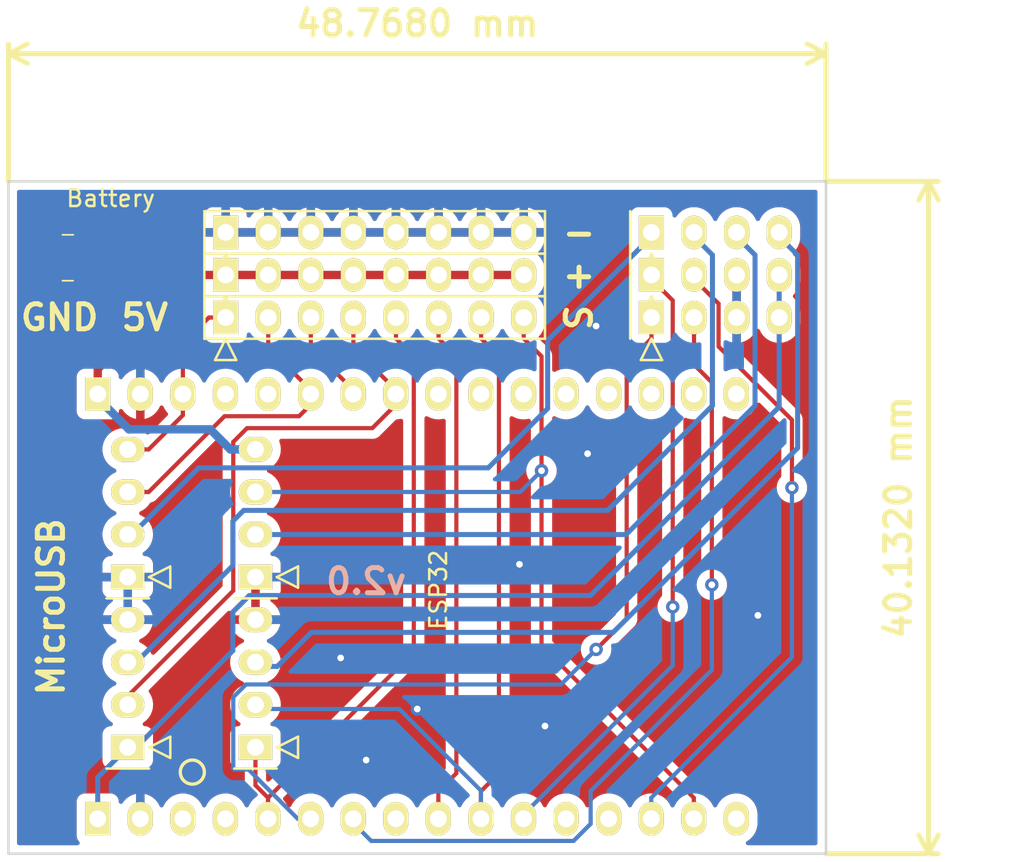
<source format=kicad_pcb>
(kicad_pcb (version 20211014) (generator pcbnew)
  (title_block (title "minKame") (date "2022-03-09") (rev "v2.2"))
  (layers (0 "F.Cu" signal) (31 "B.Cu" signal) (34 "B.Paste" user) (35 "F.Paste" user) (36 "B.SilkS" user "B.Silkscreen") (37 "F.SilkS" user "F.Silkscreen") (38 "B.Mask" user) (39 "F.Mask" user) (44 "Edge.Cuts" user))
  (net 0 "")
  (net 1 "Net-(J1-Pad3)")
  (net 2 "5V")
  (net 3 "GND")
  (footprint "ESP32-footprints-Lib:PIN16" (layer "F.Cu") (at 144.514 95.246)
    (fp_text reference "J5" hide)
    (fp_text value "" (at 0 3.814) (layer "F.SilkS"))
    (pad "1" thru_hole rect locked (at -20.32 1.27) (size 1.5 2) (drill 1) (layers *.Cu *.Mask "F.SilkS") (net 2 "5V"))
    (pad "2" thru_hole oval locked (at -17.78 1.27) (size 1.5 2) (drill 1) (layers *.Cu *.Mask "F.SilkS") (net 3 "GND"))
    (pad "3" thru_hole oval locked (at -15.24 1.27) (size 1.5 2) (drill 1) (layers *.Cu *.Mask "F.SilkS"))
    (pad "4" thru_hole oval locked (at -12.7 1.27) (size 1.5 2) (drill 1) (layers *.Cu *.Mask "F.SilkS"))
    (pad "5" thru_hole oval locked (at -10.16 1.27) (size 1.5 2) (drill 1) (layers *.Cu *.Mask "F.SilkS"))
    (pad "6" thru_hole oval locked (at -7.62 1.27) (size 1.5 2) (drill 1) (layers *.Cu *.Mask "F.SilkS"))
    (pad "7" thru_hole oval locked (at -5.08 1.27) (size 1.5 2) (drill 1) (layers *.Cu *.Mask "F.SilkS"))
    (pad "8" thru_hole oval locked (at -2.54 1.27) (size 1.5 2) (drill 1) (layers *.Cu *.Mask "F.SilkS"))
    (pad "9" thru_hole oval locked (at 0 1.27) (size 1.5 2) (drill 1) (layers *.Cu *.Mask "F.SilkS"))
    (pad "10" thru_hole oval locked (at 2.54 1.27) (size 1.5 2) (drill 1) (layers *.Cu *.Mask "F.SilkS"))
    (pad "11" thru_hole oval locked (at 5.08 1.27) (size 1.5 2) (drill 1) (layers *.Cu *.Mask "F.SilkS"))
    (pad "12" thru_hole oval locked (at 7.62 1.27) (size 1.5 2) (drill 1) (layers *.Cu *.Mask "F.SilkS"))
    (pad "13" thru_hole oval locked (at 10.16 1.27) (size 1.5 2) (drill 1) (layers *.Cu *.Mask "F.SilkS"))
    (pad "14" thru_hole oval locked (at 12.7 1.27) (size 1.5 2) (drill 1) (layers *.Cu *.Mask "F.SilkS"))
    (pad "15" thru_hole oval locked (at 15.24 1.27) (size 1.5 2) (drill 1) (layers *.Cu *.Mask "F.SilkS"))
    (pad "16" thru_hole oval locked (at 17.78 1.27) (size 1.5 2) (drill 1) (layers *.Cu *.Mask "F.SilkS"))
  )
  (footprint "ESP32-footprints-Lib:PIN16" (layer "F.Cu") (at 144.514 120.596)
    (fp_text reference "J6" hide)
    (fp_text value "ESP32" (at 0 -12.392 90) (layer "F.SilkS"))
    (pad "1" thru_hole rect locked (at -20.32 1.27) (size 1.5 2) (drill 1) (layers *.Cu *.Mask "F.SilkS") (net 2 "5V"))
    (pad "2" thru_hole oval locked (at -17.78 1.27) (size 1.5 2) (drill 1) (layers *.Cu *.Mask "F.SilkS") (net 3 "GND"))
    (pad "3" thru_hole oval locked (at -15.24 1.27) (size 1.5 2) (drill 1) (layers *.Cu *.Mask "F.SilkS"))
    (pad "4" thru_hole oval locked (at -12.7 1.27) (size 1.5 2) (drill 1) (layers *.Cu *.Mask "F.SilkS"))
    (pad "5" thru_hole oval locked (at -10.16 1.27) (size 1.5 2) (drill 1) (layers *.Cu *.Mask "F.SilkS"))
    (pad "6" thru_hole oval locked (at -7.62 1.27) (size 1.5 2) (drill 1) (layers *.Cu *.Mask "F.SilkS"))
    (pad "7" thru_hole oval locked (at -5.08 1.27) (size 1.5 2) (drill 1) (layers *.Cu *.Mask "F.SilkS"))
    (pad "8" thru_hole oval locked (at -2.54 1.27) (size 1.5 2) (drill 1) (layers *.Cu *.Mask "F.SilkS"))
    (pad "9" thru_hole oval locked (at 0 1.27) (size 1.5 2) (drill 1) (layers *.Cu *.Mask "F.SilkS"))
    (pad "10" thru_hole oval locked (at 2.54 1.27) (size 1.5 2) (drill 1) (layers *.Cu *.Mask "F.SilkS"))
    (pad "11" thru_hole oval locked (at 5.08 1.27) (size 1.5 2) (drill 1) (layers *.Cu *.Mask "F.SilkS"))
    (pad "12" thru_hole oval locked (at 7.62 1.27) (size 1.5 2) (drill 1) (layers *.Cu *.Mask "F.SilkS"))
    (pad "13" thru_hole oval locked (at 10.16 1.27) (size 1.5 2) (drill 1) (layers *.Cu *.Mask "F.SilkS"))
    (pad "14" thru_hole oval locked (at 12.7 1.27) (size 1.5 2) (drill 1) (layers *.Cu *.Mask "F.SilkS"))
    (pad "15" thru_hole oval locked (at 15.24 1.27) (size 1.5 2) (drill 1) (layers *.Cu *.Mask "F.SilkS") (net 1 "Net-(J1-Pad3)"))
    (pad "16" thru_hole oval locked (at 17.78 1.27) (size 1.5 2) (drill 1) (layers *.Cu *.Mask "F.SilkS"))
  )
  (footprint "ESP32-footprints-Lib:PIN8" (layer "F.Cu") (at 140.716 86.868)
    (fp_text reference "J1" hide)
    (fp_text value "Conn_01x08_Female" hide)
    (fp_line (start 10.16 -1.27) (end -10.16 -1.27) (layer "F.SilkS") (width 0.15))
    (fp_line (start -9.525 2.54) (end -8.89 1.27) (layer "F.SilkS") (width 0.15))
    (fp_line (start 10.16 1.27) (end 10.16 -1.27) (layer "F.SilkS") (width 0.15))
    (fp_line (start -10.16 1.27) (end 10.16 1.27) (layer "F.SilkS") (width 0.15))
    (fp_line (start -10.16 -1.27) (end -10.16 1.27) (layer "F.SilkS") (width 0.15))
    (fp_line (start -9.525 2.54) (end -8.255 2.54) (layer "F.SilkS") (width 0.15))
    (fp_line (start -8.255 2.54) (end -8.89 1.27) (layer "F.SilkS") (width 0.15))
    (pad "1" thru_hole rect locked (at -8.89 0) (size 1.5 2) (drill 1) (layers *.Cu *.Mask "F.SilkS") (net 3 "GND"))
    (pad "2" thru_hole oval locked (at -6.35 0) (size 1.5 2) (drill 1) (layers *.Cu *.Mask "F.SilkS") (net 3 "GND"))
    (pad "3" thru_hole oval locked (at -3.81 0) (size 1.5 2) (drill 1) (layers *.Cu *.Mask "F.SilkS") (net 3 "GND"))
    (pad "4" thru_hole oval locked (at -1.27 0) (size 1.5 2) (drill 1) (layers *.Cu *.Mask "F.SilkS") (net 3 "GND"))
    (pad "5" thru_hole oval locked (at 1.27 0) (size 1.5 2) (drill 1) (layers *.Cu *.Mask "F.SilkS") (net 3 "GND"))
    (pad "6" thru_hole oval locked (at 3.81 0) (size 1.5 2) (drill 1) (layers *.Cu *.Mask "F.SilkS") (net 3 "GND"))
    (pad "7" thru_hole oval locked (at 6.35 0) (size 1.5 2) (drill 1) (layers *.Cu *.Mask "F.SilkS") (net 3 "GND"))
    (pad "8" thru_hole oval locked (at 8.89 0) (size 1.5 2) (drill 1) (layers *.Cu *.Mask "F.SilkS") (net 3 "GND"))
  )
  (footprint "ESP32-footprints-Lib:PIN8" (layer "F.Cu") (at 140.716 89.408)
    (fp_text reference "J1" hide)
    (fp_text value "Conn_01x08_Female" hide)
    (fp_line (start -10.16 1.27) (end 10.16 1.27) (layer "F.SilkS") (width 0.15))
    (fp_line (start -10.16 -1.27) (end -10.16 1.27) (layer "F.SilkS") (width 0.15))
    (fp_line (start 10.16 1.27) (end 10.16 -1.27) (layer "F.SilkS") (width 0.15))
    (fp_line (start 10.16 -1.27) (end -10.16 -1.27) (layer "F.SilkS") (width 0.15))
    (fp_line (start -9.525 2.54) (end -8.255 2.54) (layer "F.SilkS") (width 0.15))
    (fp_line (start -9.525 2.54) (end -8.89 1.27) (layer "F.SilkS") (width 0.15))
    (fp_line (start -8.255 2.54) (end -8.89 1.27) (layer "F.SilkS") (width 0.15))
    (pad "1" thru_hole rect locked (at -8.89 0) (size 1.5 2) (drill 1) (layers *.Cu *.Mask "F.SilkS") (net 2 "5V"))
    (pad "2" thru_hole oval locked (at -6.35 0) (size 1.5 2) (drill 1) (layers *.Cu *.Mask "F.SilkS") (net 2 "5V"))
    (pad "3" thru_hole oval locked (at -3.81 0) (size 1.5 2) (drill 1) (layers *.Cu *.Mask "F.SilkS") (net 2 "5V"))
    (pad "4" thru_hole oval locked (at -1.27 0) (size 1.5 2) (drill 1) (layers *.Cu *.Mask "F.SilkS") (net 2 "5V"))
    (pad "5" thru_hole oval locked (at 1.27 0) (size 1.5 2) (drill 1) (layers *.Cu *.Mask "F.SilkS") (net 2 "5V"))
    (pad "6" thru_hole oval locked (at 3.81 0) (size 1.5 2) (drill 1) (layers *.Cu *.Mask "F.SilkS") (net 2 "5V"))
    (pad "7" thru_hole oval locked (at 6.35 0) (size 1.5 2) (drill 1) (layers *.Cu *.Mask "F.SilkS") (net 2 "5V"))
    (pad "8" thru_hole oval locked (at 8.89 0) (size 1.5 2) (drill 1) (layers *.Cu *.Mask "F.SilkS") (net 2 "5V"))
  )
  (footprint "ESP32-footprints-Lib:PIN8" (layer "F.Cu") (at 140.716 91.948)
    (fp_text reference "J1" hide)
    (fp_text value "header3" hide)
    (fp_line (start 10.16 -1.27) (end -10.16 -1.27) (layer "F.SilkS") (width 0.15))
    (fp_line (start 10.16 1.27) (end 10.16 -1.27) (layer "F.SilkS") (width 0.15))
    (fp_line (start -10.16 1.27) (end 10.16 1.27) (layer "F.SilkS") (width 0.15))
    (fp_line (start -9.525 2.54) (end -8.255 2.54) (layer "F.SilkS") (width 0.15))
    (fp_line (start -8.255 2.54) (end -8.89 1.27) (layer "F.SilkS") (width 0.15))
    (fp_line (start -9.525 2.54) (end -8.89 1.27) (layer "F.SilkS") (width 0.15))
    (fp_line (start -10.16 -1.27) (end -10.16 1.27) (layer "F.SilkS") (width 0.15))
    (pad "1" thru_hole rect locked (at -8.89 0) (size 1.5 2) (drill 1) (layers *.Cu *.Mask "F.SilkS"))
    (pad "2" thru_hole oval locked (at -6.35 0) (size 1.5 2) (drill 1) (layers *.Cu *.Mask "F.SilkS"))
    (pad "3" thru_hole oval locked (at -3.81 0) (size 1.5 2) (drill 1) (layers *.Cu *.Mask "F.SilkS"))
    (pad "4" thru_hole oval locked (at -1.27 0) (size 1.5 2) (drill 1) (layers *.Cu *.Mask "F.SilkS"))
    (pad "5" thru_hole oval locked (at 1.27 0) (size 1.5 2) (drill 1) (layers *.Cu *.Mask "F.SilkS"))
    (pad "6" thru_hole oval locked (at 3.81 0) (size 1.5 2) (drill 1) (layers *.Cu *.Mask "F.SilkS"))
    (pad "7" thru_hole oval locked (at 6.35 0) (size 1.5 2) (drill 1) (layers *.Cu *.Mask "F.SilkS"))
    (pad "8" thru_hole oval locked (at 8.89 0) (size 1.5 2) (drill 1) (layers *.Cu *.Mask "F.SilkS") (net 1 "Net-(J1-Pad3)"))
  )
  (footprint "digikey-footprints:1210" (layer "F.Cu") (at 122.428 88.392)
    (fp_text reference "Battery" (at 2.54 -3.556) (layer "F.SilkS"))
    (fp_text value "1210")
    (fp_line (start -0.34 -1.38) (end 0.31 -1.38) (layer "F.SilkS") (width 0.1))
    (fp_line (start -0.34 1.36) (end 0.3 1.36) (layer "F.SilkS") (width 0.1))
    (pad "1" smd rect locked (at -0.428 0) (size 3 4) (layers "F.Cu" "F.Paste" "F.Mask") (net 3 "GND"))
    (pad "2" smd rect locked (at 4.572 0) (size 3 4) (layers "F.Cu" "F.Paste" "F.Mask") (net 2 "5V"))
  )
  (footprint "ESP32-footprints-Lib:PIN4" (layer "F.Cu") (at 161.036 91.948)
    (fp_text reference "J1" hide)
    (fp_text value "Header" hide)
    (fp_line (start -4.445 2.54) (end -3.175 2.54) (layer "F.SilkS") (width 0.15))
    (fp_line (start -4.445 2.54) (end -3.81 1.27) (layer "F.SilkS") (width 0.15))
    (fp_line (start -3.175 2.54) (end -3.81 1.27) (layer "F.SilkS") (width 0.15))
    (fp_line (start -5.08 -1.27) (end -5.08 1.27) (layer "F.SilkS") (width 0.15))
    (pad "1" thru_hole rect locked (at -3.81 0) (size 1.5 2) (drill 1) (layers *.Cu *.Mask "F.SilkS"))
    (pad "2" thru_hole oval locked (at -1.27 0) (size 1.5 2) (drill 1) (layers *.Cu *.Mask "F.SilkS"))
    (pad "3" thru_hole oval locked (at 1.27 0) (size 1.5 2) (drill 1) (layers *.Cu *.Mask "F.SilkS") (net 3 "GND"))
    (pad "4" thru_hole oval locked (at 3.81 0) (size 1.5 2) (drill 1) (layers *.Cu *.Mask "F.SilkS") (net 2 "5V"))
  )
  (footprint "ESP32-footprints-Lib:PIN4" (layer "F.Cu") (at 125.984 103.632 90)
    (fp_text reference "J1" hide)
    (fp_text value "Header" hide)
    (fp_line (start -3.175 2.54) (end -3.81 1.27) (layer "F.SilkS") (width 0.15))
    (fp_line (start -5.08 -1.27) (end -5.08 1.27) (layer "F.SilkS") (width 0.15))
    (fp_line (start -4.445 2.54) (end -3.175 2.54) (layer "F.SilkS") (width 0.15))
    (fp_line (start -4.445 2.54) (end -3.81 1.27) (layer "F.SilkS") (width 0.15))
    (pad "1" thru_hole rect locked (at -3.81 0 90) (size 1.5 2) (drill 1) (layers *.Cu *.Mask "F.SilkS") (net 3 "GND"))
    (pad "2" thru_hole oval locked (at -1.27 0 90) (size 1.5 2) (drill 1) (layers *.Cu *.Mask "F.SilkS"))
    (pad "3" thru_hole oval locked (at 1.27 0 90) (size 1.5 2) (drill 1) (layers *.Cu *.Mask "F.SilkS"))
    (pad "4" thru_hole oval locked (at 3.81 0 90) (size 1.5 2) (drill 1) (layers *.Cu *.Mask "F.SilkS"))
  )
  (footprint "ESP32-footprints-Lib:PIN4" (layer "F.Cu") (at 133.604 103.632 90)
    (fp_text reference "J1" hide)
    (fp_text value "Header" hide)
    (fp_line (start -4.445 2.54) (end -3.175 2.54) (layer "F.SilkS") (width 0.15))
    (fp_line (start -4.445 2.54) (end -3.81 1.27) (layer "F.SilkS") (width 0.15))
    (fp_line (start -3.175 2.54) (end -3.81 1.27) (layer "F.SilkS") (width 0.15))
    (fp_line (start -5.08 -1.27) (end -5.08 1.27) (layer "F.SilkS") (width 0.15))
    (pad "1" thru_hole rect locked (at -3.81 0 90) (size 1.5 2) (drill 1) (layers *.Cu *.Mask "F.SilkS") (net 3 "GND"))
    (pad "2" thru_hole oval locked (at -1.27 0 90) (size 1.5 2) (drill 1) (layers *.Cu *.Mask "F.SilkS"))
    (pad "3" thru_hole oval locked (at 1.27 0 90) (size 1.5 2) (drill 1) (layers *.Cu *.Mask "F.SilkS") (net 1 "Net-(J1-Pad3)"))
    (pad "4" thru_hole oval locked (at 3.81 0 90) (size 1.5 2) (drill 1) (layers *.Cu *.Mask "F.SilkS") (net 2 "5V"))
  )
  (footprint "ESP32-footprints-Lib:PIN4" (layer "F.Cu") (at 125.984 113.792 90)
    (fp_text reference "J1" hide)
    (fp_text value "Header" hide)
    (fp_line (start -4.445 2.54) (end -3.81 1.27) (layer "F.SilkS") (width 0.15))
    (fp_line (start -3.175 2.54) (end -3.81 1.27) (layer "F.SilkS") (width 0.15))
    (fp_line (start -5.08 -1.27) (end -5.08 1.27) (layer "F.SilkS") (width 0.15))
    (fp_line (start -4.445 2.54) (end -3.175 2.54) (layer "F.SilkS") (width 0.15))
    (pad "1" thru_hole rect locked (at -3.81 0 90) (size 1.5 2) (drill 1) (layers *.Cu *.Mask "F.SilkS") (net 2 "5V"))
    (pad "2" thru_hole oval locked (at -1.27 0 90) (size 1.5 2) (drill 1) (layers *.Cu *.Mask "F.SilkS"))
    (pad "3" thru_hole oval locked (at 1.27 0 90) (size 1.5 2) (drill 1) (layers *.Cu *.Mask "F.SilkS"))
    (pad "4" thru_hole oval locked (at 3.81 0 90) (size 1.5 2) (drill 1) (layers *.Cu *.Mask "F.SilkS") (net 3 "GND"))
  )
  (footprint "ESP32-footprints-Lib:PIN4" (layer "F.Cu") (at 161.036 89.408)
    (fp_text reference "J1" hide)
    (fp_text value "Header" hide)
    (fp_line (start -4.445 2.54) (end -3.175 2.54) (layer "F.SilkS") (width 0.15))
    (fp_line (start -5.08 -1.27) (end -5.08 1.27) (layer "F.SilkS") (width 0.15))
    (fp_line (start -4.445 2.54) (end -3.81 1.27) (layer "F.SilkS") (width 0.15))
    (fp_line (start -3.175 2.54) (end -3.81 1.27) (layer "F.SilkS") (width 0.15))
    (pad "1" thru_hole rect locked (at -3.81 0) (size 1.5 2) (drill 1) (layers *.Cu *.Mask "F.SilkS"))
    (pad "2" thru_hole oval locked (at -1.27 0) (size 1.5 2) (drill 1) (layers *.Cu *.Mask "F.SilkS"))
    (pad "3" thru_hole oval locked (at 1.27 0) (size 1.5 2) (drill 1) (layers *.Cu *.Mask "F.SilkS") (net 3 "GND"))
    (pad "4" thru_hole oval locked (at 3.81 0) (size 1.5 2) (drill 1) (layers *.Cu *.Mask "F.SilkS") (net 2 "5V"))
  )
  (footprint "ESP32-footprints-Lib:PIN4" (layer "F.Cu") (at 133.604 113.792 90)
    (fp_text reference "J1" hide)
    (fp_text value "Header" hide)
    (fp_line (start -4.445 2.54) (end -3.175 2.54) (layer "F.SilkS") (width 0.15))
    (fp_line (start -5.08 -1.27) (end -5.08 1.27) (layer "F.SilkS") (width 0.15))
    (fp_line (start -4.445 2.54) (end -3.81 1.27) (layer "F.SilkS") (width 0.15))
    (fp_line (start -3.175 2.54) (end -3.81 1.27) (layer "F.SilkS") (width 0.15))
    (pad "1" thru_hole rect locked (at -3.81 0 90) (size 1.5 2) (drill 1) (layers *.Cu *.Mask "F.SilkS"))
    (pad "2" thru_hole oval locked (at -1.27 0 90) (size 1.5 2) (drill 1) (layers *.Cu *.Mask "F.SilkS"))
    (pad "3" thru_hole oval locked (at 1.27 0 90) (size 1.5 2) (drill 1) (layers *.Cu *.Mask "F.SilkS"))
    (pad "4" thru_hole oval locked (at 3.81 0 90) (size 1.5 2) (drill 1) (layers *.Cu *.Mask "F.SilkS") (net 3 "GND"))
  )
  (footprint "ESP32-footprints-Lib:PIN4" (layer "F.Cu") (at 161.036 86.868)
    (fp_text reference "J1" hide)
    (fp_text value "Header" hide)
    (fp_line (start -4.445 2.54) (end -3.175 2.54) (layer "F.SilkS") (width 0.15))
    (fp_line (start -4.445 2.54) (end -3.81 1.27) (layer "F.SilkS") (width 0.15))
    (fp_line (start -3.175 2.54) (end -3.81 1.27) (layer "F.SilkS") (width 0.15))
    (fp_line (start -5.08 -1.27) (end -5.08 1.27) (layer "F.SilkS") (width 0.15))
    (pad "1" thru_hole rect locked (at -3.81 0) (size 1.5 2) (drill 1) (layers *.Cu *.Mask "F.SilkS"))
    (pad "2" thru_hole oval locked (at -1.27 0) (size 1.5 2) (drill 1) (layers *.Cu *.Mask "F.SilkS"))
    (pad "3" thru_hole oval locked (at 1.27 0) (size 1.5 2) (drill 1) (layers *.Cu *.Mask "F.SilkS"))
    (pad "4" thru_hole oval locked (at 3.81 0) (size 1.5 2) (drill 1) (layers *.Cu *.Mask "F.SilkS"))
  )
  (gr_circle (center 129.83758 119.08242) (end 130.34558 119.59042) (layer "F.SilkS") (width 0.2) (fill none))
  (gr_line (start 167.64 83.82) (end 167.64 123.952) (layer "Edge.Cuts") (width 0.15))
  (gr_line (start 118.872 83.82) (end 167.64 83.82) (layer "Edge.Cuts") (width 0.15))
  (gr_line (start 118.872 123.952) (end 118.872 83.82) (layer "Edge.Cuts") (width 0.15))
  (gr_line (start 167.64 123.952) (end 118.872 123.952) (layer "Edge.Cuts") (width 0.15))
  (gr_text "v2.0" (at 140.208 107.696) (layer "B.SilkS") (effects (font (size 1.5 1.5) (thickness 0.3)) (justify mirror)))
  (gr_text "-" (at 152.908 86.868) (layer "F.SilkS") (effects (font (size 1.5 1.5) (thickness 0.3))))
  (gr_text "+" (at 152.908 89.408) (layer "F.SilkS") (effects (font (size 1.5 1.5) (thickness 0.3))))
  (gr_text "GND" (at 121.92 91.948) (layer "F.SilkS") (effects (font (size 1.5 1.5) (thickness 0.3))))
  (gr_text "5V" (at 127 91.948) (layer "F.SilkS") (effects (font (size 1.5 1.5) (thickness 0.3))))
  (gr_text "MicroUSB" (at 121.412 109.22 90) (layer "F.SilkS") (effects (font (size 1.5 1.5) (thickness 0.3))))
  (gr_text "S" (at 152.908 91.948 90) (layer "F.SilkS") (effects (font (size 1.5 1.5) (thickness 0.3))))
  (dimension (type aligned) (layer "F.SilkS") (pts (xy 167.64 123.952) (xy 167.64 83.82)) (height 6.11387) (gr_text "40.1320 mm" (at 171.95387 103.886 90) (layer "F.SilkS") (effects (font (size 1.5 1.5) (thickness 0.3)))) (format (units 2) (units_format 1) (precision 4)) (style (thickness 0.3) (arrow_length 1.27) (text_position_mode 0) (extension_height 0.58642) (extension_offset 0) keep_text_aligned))
  (dimension (type aligned) (layer "F.SilkS") (pts (xy 167.64 83.82) (xy 118.872 83.82)) (height 7.62) (gr_text "48.7680 mm" (at 143.256 74.4) (layer "F.SilkS") (effects (font (size 1.5 1.5) (thickness 0.3)))) (format (units 2) (units_format 1) (precision 4)) (style (thickness 0.3) (arrow_length 1.27) (text_position_mode 0) (extension_height 0.58642) (extension_offset 0) keep_text_aligned))
  (segment (start 140.974 95.266) (end 140.958 95.266) (width 0.25) (layer "F.Cu") (net 0))
  (segment (start 143.04901 94.26101) (end 143.04901 111.92099) (width 0.25) (layer "F.Cu") (net 0))
  (segment (start 157.226 89.408) (end 157.226 89.658) (width 0.25) (layer "F.Cu") (net 0))
  (segment (start 136.894 96.266) (end 136.894 96.516) (width 0.25) (layer "F.Cu") (net 0))
  (segment (start 135.866 95.266) (end 134.366 93.766) (width 0.25) (layer "F.Cu") (net 0))
  (segment (start 140.958 95.266) (end 139.446 93.754) (width 0.25) (layer "F.Cu") (net 0))
  (segment (start 161.23099 91.12299) (end 161.23099 93.682697) (width 0.25) (layer "F.Cu") (net 0))
  (segment (start 148.12901 119.15101) (end 148.12901 94.26101) (width 0.25) (layer "F.Cu") (net 0))
  (segment (start 159.766 89.658) (end 161.23099 91.12299) (width 0.25) (layer "F.Cu") (net 0))
  (segment (start 144.514 120.22602) (end 144.514 121.866) (width 0.25) (layer "F.Cu") (net 0))
  (segment (start 141.986 93.198) (end 143.04901 94.26101) (width 0.25) (layer "F.Cu") (net 0))
  (segment (start 145.58901 119.15101) (end 144.514 120.22602) (width 0.25) (layer "F.Cu") (net 0))
  (segment (start 143.04901 111.92099) (end 134.354 120.616) (width 0.25) (layer "F.Cu") (net 0))
  (segment (start 148.12901 119.15101) (end 147.054 120.22602) (width 0.25) (layer "F.Cu") (net 0))
  (segment (start 136.906 91.948) (end 136.906 93.706) (width 0.25) (layer "F.Cu") (net 0))
  (segment (start 131.75499 97.84101) (end 136.2054 97.84101) (width 0.25) (layer "F.Cu") (net 0))
  (segment (start 159.766 91.948) (end 159.766 94.757707) (width 0.25) (layer "F.Cu") (net 0))
  (segment (start 140.974 95.266) (end 141.974 96.266) (width 0.25) (layer "F.Cu") (net 0))
  (segment (start 135.894 95.266) (end 136.894 96.266) (width 0.25) (layer "F.Cu") (net 0))
  (segment (start 135.894 95.266) (end 135.866 95.266) (width 0.25) (layer "F.Cu") (net 0))
  (segment (start 141.986 91.948) (end 141.986 93.198) (width 0.25) (layer "F.Cu") (net 0))
  (segment (start 133.103707 98.552) (end 140.57441 98.552) (width 0.25) (layer "F.Cu") (net 0))
  (segment (start 159.766 94.757707) (end 160.82901 95.820717) (width 0.25) (layer "F.Cu") (net 0))
  (segment (start 147.054 120.22602) (end 147.054 121.866) (width 0.25) (layer "F.Cu") (net 0))
  (segment (start 165.608 98.059707) (end 165.608 102.108) (width 0.25) (layer "F.Cu") (net 0))
  (segment (start 157.226 89.658) (end 158.496 90.928) (width 0.25) (layer "F.Cu") (net 0))
  (segment (start 161.23099 93.682697) (end 165.608 98.059707) (width 0.25) (layer "F.Cu") (net 0))
  (segment (start 125.984 115.316) (end 125.984 114.546293) (width 0.25) (layer "F.Cu") (net 0))
  (segment (start 157.226 93.198) (end 155.74901 94.67499) (width 0.25) (layer "F.Cu") (net 0))
  (segment (start 145.58901 119.15101) (end 145.58901 94.26101) (width 0.25) (layer "F.Cu") (net 0))
  (segment (start 139.434 96.266) (end 139.434 96.516) (width 0.25) (layer "F.Cu") (net 0))
  (segment (start 133.604 119.866) (end 134.354 120.616) (width 0.25) (layer "F.Cu") (net 0))
  (segment (start 125.984 99.822) (end 127.234 99.822) (width 0.25) (layer "F.Cu") (net 0))
  (segment (start 138.434 95.266) (end 138.434 95.234) (width 0.25) (layer "F.Cu") (net 0))
  (segment (start 138.434 95.234) (end 136.906 93.706) (width 0.25) (layer "F.Cu") (net 0))
  (segment (start 129.274 97.782) (end 129.274 96.96601) (width 0.25) (layer "F.Cu") (net 0))
  (segment (start 132.278999 108.251294) (end 132.278999 99.376708) (width 0.25) (layer "F.Cu") (net 0))
  (segment (start 141.974 96.266) (end 141.974 96.516) (width 0.25) (layer "F.Cu") (net 0))
  (segment (start 142.1604 96.96601) (end 142.292205 96.834205) (width 0.25) (layer "F.Cu") (net 0))
  (segment (start 148.12901 94.26101) (end 147.066 93.198) (width 0.25) (layer "F.Cu") (net 0))
  (segment (start 134.366 91.948) (end 134.366 93.766) (width 0.25) (layer "F.Cu") (net 0))
  (segment (start 125.984 102.362) (end 127.234 102.362) (width 0.25) (layer "F.Cu") (net 0))
  (segment (start 147.066 93.198) (end 147.066 91.948) (width 0.25) (layer "F.Cu") (net 0))
  (segment (start 127.234 102.362) (end 131.75499 97.84101) (width 0.25) (layer "F.Cu") (net 0))
  (segment (start 139.446 91.948) (end 139.446 93.754) (width 0.25) (layer "F.Cu") (net 0))
  (segment (start 136.2054 97.84101) (end 137.212205 96.834205) (width 0.25) (layer "F.Cu") (net 0))
  (segment (start 160.82901 95.820717) (end 160.82901 107.90299) (width 0.25) (layer "F.Cu") (net 0))
  (segment (start 145.58901 94.26101) (end 144.526 93.198) (width 0.25) (layer "F.Cu") (net 0))
  (segment (start 130.826 91.948) (end 131.826 91.948) (width 0.25) (layer "F.Cu") (net 0))
  (segment (start 157.226 91.948) (end 157.226 93.198) (width 0.25) (layer "F.Cu") (net 0))
  (segment (start 132.278999 99.376708) (end 133.103707 98.552) (width 0.25) (layer "F.Cu") (net 0))
  (segment (start 129.274 96.516) (end 129.274 93.5) (width 0.25) (layer "F.Cu") (net 0))
  (segment (start 144.526 93.198) (end 144.526 91.948) (width 0.25) (layer "F.Cu") (net 0))
  (segment (start 125.984 114.546293) (end 132.278999 108.251294) (width 0.25) (layer "F.Cu") (net 0))
  (segment (start 140.57441 98.552) (end 142.1604 96.96601) (width 0.25) (layer "F.Cu") (net 0))
  (segment (start 134.354 120.616) (end 134.354 121.866) (width 0.25) (layer "F.Cu") (net 0))
  (segment (start 133.604 117.602) (end 133.604 119.866) (width 0.25) (layer "F.Cu") (net 0))
  (segment (start 127.234 99.822) (end 129.274 97.782) (width 0.25) (layer "F.Cu") (net 0))
  (segment (start 159.766 89.408) (end 159.766 89.658) (width 0.25) (layer "F.Cu") (net 0))
  (segment (start 155.74901 94.67499) (end 155.74901 109.93499) (width 0.25) (layer "F.Cu") (net 0))
  (segment (start 158.496 90.928) (end 158.496 109.22) (width 0.25) (layer "F.Cu") (net 0))
  (segment (start 155.74901 109.93499) (end 153.924 111.76) (width 0.25) (layer "F.Cu") (net 0))
  (segment (start 138.434 95.266) (end 139.434 96.266) (width 0.25) (layer "F.Cu") (net 0))
  (segment (start 129.274 93.5) (end 130.826 91.948) (width 0.25) (layer "F.Cu") (net 0))
  (via (at 153.924 111.76) (size 0.8) (drill 0.4) (layers "F.Cu" "B.Cu") (net 0))
  (via (at 160.82901 107.90299) (size 0.8) (drill 0.4) (layers "F.Cu" "B.Cu") (net 0))
  (via (at 165.608 102.108) (size 0.8) (drill 0.4) (layers "F.Cu" "B.Cu") (net 0))
  (via (at 158.496 109.22) (size 0.8) (drill 0.4) (layers "F.Cu" "B.Cu") (net 0))
  (segment (start 165.608 102.108) (end 165.608 102.108) (width 0.25) (layer "B.Cu") (net 0))
  (segment (start 153.924 111.76) (end 153.924 111.76) (width 0.25) (layer "B.Cu") (net 0))
  (segment (start 133.604 112.776) (end 134.904 112.776) (width 0.3) (layer "B.Cu") (net 0))
  (segment (start 154.613639 103.46201) (end 160.86601 97.209639) (width 0.3) (layer "B.Cu") (net 0))
  (segment (start 125.984 104.902) (end 126.234 104.902) (width 0.3) (layer "B.Cu") (net 0))
  (segment (start 157.214 120.616) (end 165.608 112.222) (width 0.25) (layer "B.Cu") (net 0))
  (segment (start 160.86601 88.21801) (end 159.766 87.118) (width 0.3) (layer "B.Cu") (net 0))
  (segment (start 132.253999 106.756001) (end 132.253999 104.106372) (width 0.3) (layer "B.Cu") (net 0))
  (segment (start 139.434 122.116) (end 140.50901 123.19101) (width 0.25) (layer "B.Cu") (net 0))
  (segment (start 152.579283 123.19101) (end 153.59899 122.171303) (width 0.25) (layer "B.Cu") (net 0))
  (segment (start 151.03399 93.31001) (end 157.226 87.118) (width 0.3) (layer "B.Cu") (net 0))
  (segment (start 155.713649 104.902) (end 163.40601 97.209639) (width 0.3) (layer "B.Cu") (net 0))
  (segment (start 133.604 115.316) (end 142.182998 115.316) (width 0.25) (layer "B.Cu") (net 0))
  (segment (start 133.03699 113.85101) (end 151.83299 113.85101) (width 0.25) (layer "B.Cu") (net 0))
  (segment (start 125.984 112.776) (end 126.234 112.776) (width 0.3) (layer "B.Cu") (net 0))
  (segment (start 133.189294 118.931001) (end 132.343999 118.931001) (width 0.25) (layer "B.Cu") (net 0))
  (segment (start 139.434 121.866) (end 139.434 122.116) (width 0.25) (layer "B.Cu") (net 0))
  (segment (start 134.904 112.776) (end 136.936 110.744) (width 0.3) (layer "B.Cu") (net 0))
  (segment (start 165.94601 88.21801) (end 164.846 87.118) (width 0.3) (layer "B.Cu") (net 0))
  (segment (start 149.594 121.616) (end 158.496 112.714) (width 0.25) (layer "B.Cu") (net 0))
  (segment (start 160.82901 112.98299) (end 160.82901 107.90299) (width 0.25) (layer "B.Cu") (net 0))
  (segment (start 132.253999 104.106372) (end 132.898361 103.46201) (width 0.3) (layer "B.Cu") (net 0))
  (segment (start 165.94601 99.73799) (end 165.94601 88.21801) (width 0.3) (layer "B.Cu") (net 0))
  (segment (start 136.894 121.866) (end 136.124293 121.866) (width 0.25) (layer "B.Cu") (net 0))
  (segment (start 130.21399 100.92201) (end 147.48999 100.92201) (width 0.3) (layer "B.Cu") (net 0))
  (segment (start 165.608 112.222) (end 165.608 102.108) (width 0.25) (layer "B.Cu") (net 0))
  (segment (start 136.124293 121.866) (end 133.189294 118.931001) (width 0.25) (layer "B.Cu") (net 0))
  (segment (start 164.846 87.118) (end 164.846 86.868) (width 0.3) (layer "B.Cu") (net 0))
  (segment (start 151.83299 113.85101) (end 153.924 111.76) (width 0.25) (layer "B.Cu") (net 0))
  (segment (start 162.306 87.118) (end 162.306 86.868) (width 0.3) (layer "B.Cu") (net 0))
  (segment (start 163.40601 97.209639) (end 163.40601 88.21801) (width 0.3) (layer "B.Cu") (net 0))
  (segment (start 151.03399 97.37801) (end 151.03399 93.31001) (width 0.3) (layer "B.Cu") (net 0))
  (segment (start 158.496 112.714) (end 158.496 109.22) (width 0.25) (layer "B.Cu") (net 0))
  (segment (start 157.226 87.118) (end 157.226 86.868) (width 0.3) (layer "B.Cu") (net 0))
  (segment (start 154.94 110.744) (end 165.94601 99.73799) (width 0.3) (layer "B.Cu") (net 0))
  (segment (start 153.59899 120.21301) (end 160.82901 112.98299) (width 0.25) (layer "B.Cu") (net 0))
  (segment (start 132.898361 103.46201) (end 154.613639 103.46201) (width 0.3) (layer "B.Cu") (net 0))
  (segment (start 136.936 110.744) (end 154.94 110.744) (width 0.3) (layer "B.Cu") (net 0))
  (segment (start 147.054 120.187002) (end 147.054 121.866) (width 0.25) (layer "B.Cu") (net 0))
  (segment (start 133.604 104.902) (end 155.713649 104.902) (width 0.3) (layer "B.Cu") (net 0))
  (segment (start 132.278999 118.866001) (end 132.278999 114.609001) (width 0.25) (layer "B.Cu") (net 0))
  (segment (start 153.59899 122.171303) (end 153.59899 120.21301) (width 0.25) (layer "B.Cu") (net 0))
  (segment (start 147.054 121.866) (end 147.054 121.616) (width 0.25) (layer "B.Cu") (net 0))
  (segment (start 147.48999 100.92201) (end 151.03399 97.37801) (width 0.3) (layer "B.Cu") (net 0))
  (segment (start 149.594 121.866) (end 149.594 121.616) (width 0.25) (layer "B.Cu") (net 0))
  (segment (start 140.50901 123.19101) (end 152.579283 123.19101) (width 0.25) (layer "B.Cu") (net 0))
  (segment (start 132.278999 114.609001) (end 133.03699 113.85101) (width 0.25) (layer "B.Cu") (net 0))
  (segment (start 159.766 87.118) (end 159.766 86.868) (width 0.3) (layer "B.Cu") (net 0))
  (segment (start 126.234 112.776) (end 132.253999 106.756001) (width 0.3) (layer "B.Cu") (net 0))
  (segment (start 160.86601 97.209639) (end 160.86601 88.21801) (width 0.3) (layer "B.Cu") (net 0))
  (segment (start 132.343999 118.931001) (end 132.278999 118.866001) (width 0.25) (layer "B.Cu") (net 0))
  (segment (start 163.40601 88.21801) (end 162.306 87.118) (width 0.3) (layer "B.Cu") (net 0))
  (segment (start 157.214 121.866) (end 157.214 120.616) (width 0.25) (layer "B.Cu") (net 0))
  (segment (start 126.234 104.902) (end 130.21399 100.92201) (width 0.3) (layer "B.Cu") (net 0))
  (segment (start 142.182998 115.316) (end 147.054 120.187002) (width 0.25) (layer "B.Cu") (net 0))
  (segment (start 150.66901 101.092) (end 150.66901 94.26101) (width 0.25) (layer "F.Cu") (net 1))
  (segment (start 149.606 93.198) (end 149.606 91.948) (width 0.25) (layer "F.Cu") (net 1))
  (segment (start 159.754 120.616) (end 150.66901 111.53101) (width 0.25) (layer "F.Cu") (net 1))
  (segment (start 150.66901 109.728) (end 150.66901 101.092) (width 0.25) (layer "F.Cu") (net 1))
  (segment (start 159.754 121.866) (end 159.754 120.616) (width 0.25) (layer "F.Cu") (net 1))
  (segment (start 150.66901 94.26101) (end 149.606 93.198) (width 0.25) (layer "F.Cu") (net 1))
  (segment (start 150.66901 111.53101) (end 150.66901 109.728) (width 0.25) (layer "F.Cu") (net 1))
  (via (at 150.66901 101.092) (size 0.8) (drill 0.4) (layers "F.Cu" "B.Cu") (net 1))
  (segment (start 140.5 102.362) (end 148.844 102.362) (width 0.25) (layer "B.Cu") (net 1))
  (segment (start 149.39901 102.362) (end 150.66901 101.092) (width 0.25) (layer "B.Cu") (net 1))
  (segment (start 159.754 121.616) (end 159.754 121.866) (width 0.25) (layer "B.Cu") (net 1))
  (segment (start 148.844 102.362) (end 149.39901 102.362) (width 0.25) (layer "B.Cu") (net 1))
  (segment (start 133.604 102.362) (end 140.5 102.362) (width 0.25) (layer "B.Cu") (net 1))
  (segment (start 131.826 89.408) (end 134.366 89.408) (width 0.5) (layer "F.Cu") (net 2))
  (segment (start 139.446 89.408) (end 141.986 89.408) (width 0.5) (layer "F.Cu") (net 2))
  (segment (start 136.906 89.408) (end 139.446 89.408) (width 0.5) (layer "F.Cu") (net 2))
  (segment (start 128.016 89.408) (end 127 88.392) (width 0.5) (layer "F.Cu") (net 2))
  (segment (start 124.194 96.516) (end 124.194 95.016) (width 0.5) (layer "F.Cu") (net 2))
  (segment (start 131.826 89.408) (end 128.016 89.408) (width 0.5) (layer "F.Cu") (net 2))
  (segment (start 141.986 89.408) (end 144.526 89.408) (width 0.5) (layer "F.Cu") (net 2))
  (segment (start 147.066 89.408) (end 149.606 89.408) (width 0.5) (layer "F.Cu") (net 2))
  (segment (start 126.605 88.787) (end 127 88.392) (width 0.5) (layer "F.Cu") (net 2))
  (segment (start 124.194 95.016) (end 126.605 92.605) (width 0.5) (layer "F.Cu") (net 2))
  (segment (start 144.526 89.408) (end 147.066 89.408) (width 0.5) (layer "F.Cu") (net 2))
  (segment (start 134.366 89.408) (end 136.906 89.408) (width 0.5) (layer "F.Cu") (net 2))
  (segment (start 126.605 92.605) (end 126.605 88.787) (width 0.5) (layer "F.Cu") (net 2))
  (segment (start 153.585999 108.542001) (end 164.846 97.282) (width 0.3) (layer "B.Cu") (net 2))
  (segment (start 125.734 117.856) (end 126.234 117.856) (width 0.3) (layer "B.Cu") (net 2))
  (segment (start 130.90399 98.62199) (end 132.104 99.822) (width 0.5) (layer "B.Cu") (net 2))
  (segment (start 124.194 121.866) (end 124.194 119.396) (width 0.3) (layer "B.Cu") (net 2))
  (segment (start 133.23835 108.542001) (end 153.585999 108.542001) (width 0.3) (layer "B.Cu") (net 2))
  (segment (start 124.194 96.516) (end 124.194 96.766) (width 0.5) (layer "B.Cu") (net 2))
  (segment (start 164.846 91.948) (end 164.846 89.408) (width 0.3) (layer "B.Cu") (net 2))
  (segment (start 132.25399 109.526361) (end 133.23835 108.542001) (width 0.3) (layer "B.Cu") (net 2))
  (segment (start 124.194 119.396) (end 125.734 117.856) (width 0.3) (layer "B.Cu") (net 2))
  (segment (start 164.846 97.282) (end 164.846 91.948) (width 0.3) (layer "B.Cu") (net 2))
  (segment (start 132.25399 111.83601) (end 132.25399 109.526361) (width 0.3) (layer "B.Cu") (net 2))
  (segment (start 124.194 96.766) (end 126.04999 98.62199) (width 0.5) (layer "B.Cu") (net 2))
  (segment (start 126.04999 98.62199) (end 130.90399 98.62199) (width 0.5) (layer "B.Cu") (net 2))
  (segment (start 126.234 117.856) (end 132.25399 111.83601) (width 0.3) (layer "B.Cu") (net 2))
  (segment (start 132.104 99.822) (end 133.604 99.822) (width 0.5) (layer "B.Cu") (net 2))
  (via (at 143.256 115.316) (size 0.8) (drill 0.4) (layers "F.Cu" "B.Cu") (net 3))
  (via (at 149.352 106.68) (size 0.8) (drill 0.4) (layers "F.Cu" "B.Cu") (net 3))
  (via (at 163.576 109.728) (size 0.8) (drill 0.4) (layers "F.Cu" "B.Cu") (net 3))
  (via (at 138.684 112.268) (size 0.8) (drill 0.4) (layers "F.Cu" "B.Cu") (net 3))
  (via (at 140.208 118.364) (size 0.8) (drill 0.4) (layers "F.Cu" "B.Cu") (net 3))
  (via (at 153.924 92.456) (size 0.8) (drill 0.4) (layers "F.Cu" "B.Cu") (net 3))
  (via (at 153.416 100.076) (size 0.8) (drill 0.4) (layers "F.Cu" "B.Cu") (net 3))
  (via (at 150.876 116.332) (size 0.8) (drill 0.4) (layers "F.Cu" "B.Cu") (net 3))
  (zone (net 3) (net_name "GND") (layer "F.Cu") (connect_pads (clearance 0.508)) (min_thickness 0.254) (fill yes (thermal_gap 0.508) (thermal_bridge_width 0.508))
    (polygon (pts (xy 118.364 83.312) (xy 118.364 124.46) (xy 168.148 124.46) (xy 168.148 83.312)))
  )
  (zone (net 3) (net_name "GND") (layer "B.Cu") (connect_pads (clearance 0.508)) (min_thickness 0.254) (fill yes (thermal_gap 0.508) (thermal_bridge_width 0.508))
    (polygon (pts (xy 118.364 83.312) (xy 118.364 124.46) (xy 168.148 124.46) (xy 168.148 83.312)))
  )
)
</source>
